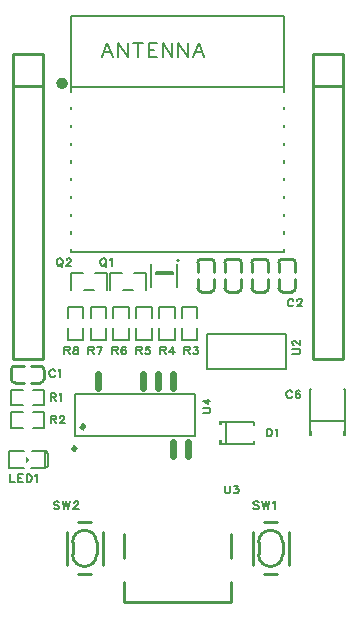
<source format=gto>
G04 Layer: TopSilkscreenLayer*
G04 EasyEDA Pro v2.2.45.4, 2025-12-09 09:54:16*
G04 Gerber Generator version 0.3*
G04 Scale: 100 percent, Rotated: No, Reflected: No*
G04 Dimensions in millimeters*
G04 Leading zeros omitted, absolute positions, 4 integers and 5 decimals*
G04 Generated by one-click*
%FSLAX45Y45*%
%MOMM*%
%ADD10C,0.1524*%
%ADD11C,0.2032*%
%ADD12C,0.254*%
%ADD13C,0.15001*%
%ADD14C,0.15199*%
%ADD15C,0.2*%
%ADD16C,0.5628*%
%ADD17C,0.55999*%
%ADD18C,0.3*%
%ADD19C,0.5*%
G75*


G04 Text Start*
G54D10*
G01X686054Y-2810510D02*
G01X679704Y-2804414D01*
G01X670560Y-2801366D01*
G01X658114Y-2801366D01*
G01X648716Y-2804414D01*
G01X642620Y-2810510D01*
G01X642620Y-2816860D01*
G01X645668Y-2822956D01*
G01X648716Y-2826004D01*
G01X655066Y-2829052D01*
G01X673608Y-2835402D01*
G01X679704Y-2838450D01*
G01X682752Y-2841498D01*
G01X686054Y-2847848D01*
G01X686054Y-2856992D01*
G01X679704Y-2863342D01*
G01X670560Y-2866390D01*
G01X658114Y-2866390D01*
G01X648716Y-2863342D01*
G01X642620Y-2856992D01*
G01X716280Y-2801366D02*
G01X731520Y-2866390D01*
G01X747014Y-2801366D02*
G01X731520Y-2866390D01*
G01X747014Y-2801366D02*
G01X762508Y-2866390D01*
G01X778002Y-2801366D02*
G01X762508Y-2866390D01*
G01X808228Y-2813812D02*
G01X814324Y-2810510D01*
G01X823468Y-2801366D01*
G01X823468Y-2866390D01*
G01X-1003046Y-2810510D02*
G01X-1009396Y-2804414D01*
G01X-1018540Y-2801366D01*
G01X-1030986Y-2801366D01*
G01X-1040384Y-2804414D01*
G01X-1046480Y-2810510D01*
G01X-1046480Y-2816860D01*
G01X-1043432Y-2822956D01*
G01X-1040384Y-2826004D01*
G01X-1034034Y-2829052D01*
G01X-1015492Y-2835402D01*
G01X-1009396Y-2838450D01*
G01X-1006348Y-2841498D01*
G01X-1003046Y-2847848D01*
G01X-1003046Y-2856992D01*
G01X-1009396Y-2863342D01*
G01X-1018540Y-2866390D01*
G01X-1030986Y-2866390D01*
G01X-1040384Y-2863342D01*
G01X-1046480Y-2856992D01*
G01X-973074Y-2801366D02*
G01X-957580Y-2866390D01*
G01X-942086Y-2801366D02*
G01X-957580Y-2866390D01*
G01X-942086Y-2801366D02*
G01X-926592Y-2866390D01*
G01X-911098Y-2801366D02*
G01X-926592Y-2866390D01*
G01X-877824Y-2816860D02*
G01X-877824Y-2813812D01*
G01X-874776Y-2807462D01*
G01X-871728Y-2804414D01*
G01X-865632Y-2801366D01*
G01X-853186Y-2801366D01*
G01X-846836Y-2804414D01*
G01X-843788Y-2807462D01*
G01X-840740Y-2813812D01*
G01X-840740Y-2819908D01*
G01X-843788Y-2826004D01*
G01X-850138Y-2835402D01*
G01X-881126Y-2866390D01*
G01X-837692Y-2866390D01*
G01X401169Y-2670283D02*
G01X401169Y-2716765D01*
G01X404217Y-2725909D01*
G01X410567Y-2732259D01*
G01X419711Y-2735307D01*
G01X426061Y-2735307D01*
G01X435205Y-2732259D01*
G01X441301Y-2725909D01*
G01X444603Y-2716765D01*
G01X444603Y-2670283D01*
G01X480925Y-2670283D02*
G01X514961Y-2670283D01*
G01X496419Y-2694921D01*
G01X505563Y-2694921D01*
G01X511913Y-2697969D01*
G01X514961Y-2701271D01*
G01X518009Y-2710415D01*
G01X518009Y-2716765D01*
G01X514961Y-2725909D01*
G01X508865Y-2732259D01*
G01X499467Y-2735307D01*
G01X490069Y-2735307D01*
G01X480925Y-2732259D01*
G01X477877Y-2728957D01*
G01X474829Y-2722861D01*
G01X-1038098Y-1699260D02*
G01X-1041146Y-1692910D01*
G01X-1047496Y-1686814D01*
G01X-1053592Y-1683766D01*
G01X-1066038Y-1683766D01*
G01X-1072134Y-1686814D01*
G01X-1078484Y-1692910D01*
G01X-1081532Y-1699260D01*
G01X-1084580Y-1708404D01*
G01X-1084580Y-1723898D01*
G01X-1081532Y-1733296D01*
G01X-1078484Y-1739392D01*
G01X-1072134Y-1745742D01*
G01X-1066038Y-1748790D01*
G01X-1053592Y-1748790D01*
G01X-1047496Y-1745742D01*
G01X-1041146Y-1739392D01*
G01X-1038098Y-1733296D01*
G01X-1007872Y-1696212D02*
G01X-1001776Y-1692910D01*
G01X-992632Y-1683766D01*
G01X-992632Y-1748790D01*
G01X981202Y-1102360D02*
G01X978154Y-1096010D01*
G01X971804Y-1089914D01*
G01X965708Y-1086866D01*
G01X953262Y-1086866D01*
G01X947166Y-1089914D01*
G01X940816Y-1096010D01*
G01X937768Y-1102360D01*
G01X934720Y-1111504D01*
G01X934720Y-1126998D01*
G01X937768Y-1136396D01*
G01X940816Y-1142492D01*
G01X947166Y-1148842D01*
G01X953262Y-1151890D01*
G01X965708Y-1151890D01*
G01X971804Y-1148842D01*
G01X978154Y-1142492D01*
G01X981202Y-1136396D01*
G01X1014476Y-1102360D02*
G01X1014476Y-1099312D01*
G01X1017524Y-1092962D01*
G01X1020572Y-1089914D01*
G01X1026668Y-1086866D01*
G01X1039114Y-1086866D01*
G01X1045464Y-1089914D01*
G01X1048512Y-1092962D01*
G01X1051560Y-1099312D01*
G01X1051560Y-1105408D01*
G01X1048512Y-1111504D01*
G01X1042162Y-1120902D01*
G01X1011428Y-1151890D01*
G01X1054608Y-1151890D01*
G01X968502Y-1877060D02*
G01X965454Y-1870710D01*
G01X959104Y-1864614D01*
G01X953008Y-1861566D01*
G01X940562Y-1861566D01*
G01X934466Y-1864614D01*
G01X928116Y-1870710D01*
G01X925068Y-1877060D01*
G01X922020Y-1886204D01*
G01X922020Y-1901698D01*
G01X925068Y-1911096D01*
G01X928116Y-1917192D01*
G01X934466Y-1923542D01*
G01X940562Y-1926590D01*
G01X953008Y-1926590D01*
G01X959104Y-1923542D01*
G01X965454Y-1917192D01*
G01X968502Y-1911096D01*
G01X1035812Y-1870710D02*
G01X1032764Y-1864614D01*
G01X1023366Y-1861566D01*
G01X1017270Y-1861566D01*
G01X1007872Y-1864614D01*
G01X1001776Y-1874012D01*
G01X998728Y-1889252D01*
G01X998728Y-1904746D01*
G01X1001776Y-1917192D01*
G01X1007872Y-1923542D01*
G01X1017270Y-1926590D01*
G01X1020318Y-1926590D01*
G01X1029462Y-1923542D01*
G01X1035812Y-1917192D01*
G01X1038860Y-1908048D01*
G01X1038860Y-1904746D01*
G01X1035812Y-1895602D01*
G01X1029462Y-1889252D01*
G01X1020318Y-1886204D01*
G01X1017270Y-1886204D01*
G01X1007872Y-1889252D01*
G01X1001776Y-1895602D01*
G01X998728Y-1904746D01*
G01X756539Y-2186051D02*
G01X756539Y-2251075D01*
G01X756539Y-2186051D02*
G01X778129Y-2186051D01*
G01X787527Y-2189099D01*
G01X793623Y-2195195D01*
G01X796671Y-2201545D01*
G01X799973Y-2210689D01*
G01X799973Y-2226183D01*
G01X796671Y-2235581D01*
G01X793623Y-2241677D01*
G01X787527Y-2248027D01*
G01X778129Y-2251075D01*
G01X756539Y-2251075D01*
G01X830199Y-2198497D02*
G01X836295Y-2195195D01*
G01X845439Y-2186051D01*
G01X845439Y-2251075D01*
G01X-1414780Y-2572766D02*
G01X-1414780Y-2637790D01*
G01X-1414780Y-2637790D02*
G01X-1377696Y-2637790D01*
G01X-1347470Y-2572766D02*
G01X-1347470Y-2637790D01*
G01X-1347470Y-2572766D02*
G01X-1307338Y-2572766D01*
G01X-1347470Y-2603754D02*
G01X-1322832Y-2603754D01*
G01X-1347470Y-2637790D02*
G01X-1307338Y-2637790D01*
G01X-1277112Y-2572766D02*
G01X-1277112Y-2637790D01*
G01X-1277112Y-2572766D02*
G01X-1255522Y-2572766D01*
G01X-1246378Y-2575814D01*
G01X-1240028Y-2581910D01*
G01X-1236980Y-2588260D01*
G01X-1233932Y-2597404D01*
G01X-1233932Y-2612898D01*
G01X-1236980Y-2622296D01*
G01X-1240028Y-2628392D01*
G01X-1246378Y-2634742D01*
G01X-1255522Y-2637790D01*
G01X-1277112Y-2637790D01*
G01X-1203706Y-2585212D02*
G01X-1197610Y-2581910D01*
G01X-1188466Y-2572766D01*
G01X-1188466Y-2637790D01*
G01X-634238Y-743966D02*
G01X-640334Y-747014D01*
G01X-646684Y-753110D01*
G01X-649732Y-759460D01*
G01X-652780Y-768604D01*
G01X-652780Y-784098D01*
G01X-649732Y-793496D01*
G01X-646684Y-799592D01*
G01X-640334Y-805942D01*
G01X-634238Y-808990D01*
G01X-621792Y-808990D01*
G01X-615696Y-805942D01*
G01X-609346Y-799592D01*
G01X-606298Y-793496D01*
G01X-603250Y-784098D01*
G01X-603250Y-768604D01*
G01X-606298Y-759460D01*
G01X-609346Y-753110D01*
G01X-615696Y-747014D01*
G01X-621792Y-743966D01*
G01X-634238Y-743966D01*
G01X-624840Y-796544D02*
G01X-606298Y-815086D01*
G01X-573024Y-756412D02*
G01X-566928Y-753110D01*
G01X-557784Y-743966D01*
G01X-557784Y-808990D01*
G01X-1071880Y-1886966D02*
G01X-1071880Y-1951990D01*
G01X-1071880Y-1886966D02*
G01X-1043940Y-1886966D01*
G01X-1034796Y-1890014D01*
G01X-1031748Y-1893062D01*
G01X-1028446Y-1899412D01*
G01X-1028446Y-1905508D01*
G01X-1031748Y-1911604D01*
G01X-1034796Y-1914652D01*
G01X-1043940Y-1917954D01*
G01X-1071880Y-1917954D01*
G01X-1050290Y-1917954D02*
G01X-1028446Y-1951990D01*
G01X-998220Y-1899412D02*
G01X-992124Y-1896110D01*
G01X-982980Y-1886966D01*
G01X-982980Y-1951990D01*
G01X-1071880Y-2077466D02*
G01X-1071880Y-2142490D01*
G01X-1071880Y-2077466D02*
G01X-1043940Y-2077466D01*
G01X-1034796Y-2080514D01*
G01X-1031748Y-2083562D01*
G01X-1028446Y-2089912D01*
G01X-1028446Y-2096008D01*
G01X-1031748Y-2102104D01*
G01X-1034796Y-2105152D01*
G01X-1043940Y-2108454D01*
G01X-1071880Y-2108454D01*
G01X-1050290Y-2108454D02*
G01X-1028446Y-2142490D01*
G01X-995172Y-2092960D02*
G01X-995172Y-2089912D01*
G01X-992124Y-2083562D01*
G01X-989076Y-2080514D01*
G01X-982980Y-2077466D01*
G01X-970534Y-2077466D01*
G01X-964184Y-2080514D01*
G01X-961136Y-2083562D01*
G01X-958088Y-2089912D01*
G01X-958088Y-2096008D01*
G01X-961136Y-2102104D01*
G01X-967486Y-2111502D01*
G01X-998220Y-2142490D01*
G01X-955040Y-2142490D01*
G01X58420Y-1493266D02*
G01X58420Y-1558290D01*
G01X58420Y-1493266D02*
G01X86360Y-1493266D01*
G01X95504Y-1496314D01*
G01X98552Y-1499362D01*
G01X101854Y-1505712D01*
G01X101854Y-1511808D01*
G01X98552Y-1517904D01*
G01X95504Y-1520952D01*
G01X86360Y-1524254D01*
G01X58420Y-1524254D01*
G01X80010Y-1524254D02*
G01X101854Y-1558290D01*
G01X138176Y-1493266D02*
G01X172212Y-1493266D01*
G01X153670Y-1517904D01*
G01X162814Y-1517904D01*
G01X169164Y-1520952D01*
G01X172212Y-1524254D01*
G01X175260Y-1533398D01*
G01X175260Y-1539748D01*
G01X172212Y-1548892D01*
G01X166116Y-1555242D01*
G01X156718Y-1558290D01*
G01X147320Y-1558290D01*
G01X138176Y-1555242D01*
G01X135128Y-1551940D01*
G01X132080Y-1545844D01*
G01X-144780Y-1493266D02*
G01X-144780Y-1558290D01*
G01X-144780Y-1493266D02*
G01X-116840Y-1493266D01*
G01X-107696Y-1496314D01*
G01X-104648Y-1499362D01*
G01X-101346Y-1505712D01*
G01X-101346Y-1511808D01*
G01X-104648Y-1517904D01*
G01X-107696Y-1520952D01*
G01X-116840Y-1524254D01*
G01X-144780Y-1524254D01*
G01X-123190Y-1524254D02*
G01X-101346Y-1558290D01*
G01X-40386Y-1493266D02*
G01X-71120Y-1536446D01*
G01X-24892Y-1536446D01*
G01X-40386Y-1493266D02*
G01X-40386Y-1558290D01*
G01X-347980Y-1493266D02*
G01X-347980Y-1558290D01*
G01X-347980Y-1493266D02*
G01X-320040Y-1493266D01*
G01X-310896Y-1496314D01*
G01X-307848Y-1499362D01*
G01X-304546Y-1505712D01*
G01X-304546Y-1511808D01*
G01X-307848Y-1517904D01*
G01X-310896Y-1520952D01*
G01X-320040Y-1524254D01*
G01X-347980Y-1524254D01*
G01X-326390Y-1524254D02*
G01X-304546Y-1558290D01*
G01X-237236Y-1493266D02*
G01X-268224Y-1493266D01*
G01X-271272Y-1520952D01*
G01X-268224Y-1517904D01*
G01X-259080Y-1514856D01*
G01X-249682Y-1514856D01*
G01X-240284Y-1517904D01*
G01X-234188Y-1524254D01*
G01X-231140Y-1533398D01*
G01X-231140Y-1539748D01*
G01X-234188Y-1548892D01*
G01X-240284Y-1555242D01*
G01X-249682Y-1558290D01*
G01X-259080Y-1558290D01*
G01X-268224Y-1555242D01*
G01X-271272Y-1551940D01*
G01X-274320Y-1545844D01*
G54D11*
G01X-594131Y1080186D02*
G01X-639851Y960044D01*
G01X-594131Y1080186D02*
G01X-548411Y960044D01*
G01X-622579Y1000176D02*
G01X-565429Y1000176D01*
G01X-500659Y1080186D02*
G01X-500659Y960044D01*
G01X-500659Y1080186D02*
G01X-420649Y960044D01*
G01X-420649Y1080186D02*
G01X-420649Y960044D01*
G01X-332765Y1080186D02*
G01X-332765Y960044D01*
G01X-372897Y1080186D02*
G01X-292887Y1080186D01*
G01X-245135Y1080186D02*
G01X-245135Y960044D01*
G01X-245135Y1080186D02*
G01X-170713Y1080186D01*
G01X-245135Y1023036D02*
G01X-199415Y1023036D01*
G01X-245135Y960044D02*
G01X-170713Y960044D01*
G01X-122961Y1080186D02*
G01X-122961Y960044D01*
G01X-122961Y1080186D02*
G01X-42951Y960044D01*
G01X-42951Y1080186D02*
G01X-42951Y960044D01*
G01X4801Y1080186D02*
G01X4801Y960044D01*
G01X4801Y1080186D02*
G01X84811Y960044D01*
G01X84811Y1080186D02*
G01X84811Y960044D01*
G01X178283Y1080186D02*
G01X132563Y960044D01*
G01X178283Y1080186D02*
G01X224003Y960044D01*
G01X149835Y1000176D02*
G01X206985Y1000176D01*
G54D10*
G01X972566Y-1554480D02*
G01X1019048Y-1554480D01*
G01X1028192Y-1551432D01*
G01X1034542Y-1545082D01*
G01X1037590Y-1535938D01*
G01X1037590Y-1529588D01*
G01X1034542Y-1520444D01*
G01X1028192Y-1514348D01*
G01X1019048Y-1511046D01*
G01X972566Y-1511046D01*
G01X988060Y-1477772D02*
G01X985012Y-1477772D01*
G01X978662Y-1474724D01*
G01X975614Y-1471676D01*
G01X972566Y-1465580D01*
G01X972566Y-1453134D01*
G01X975614Y-1446784D01*
G01X978662Y-1443736D01*
G01X985012Y-1440688D01*
G01X991108Y-1440688D01*
G01X997204Y-1443736D01*
G01X1006602Y-1450086D01*
G01X1037590Y-1480820D01*
G01X1037590Y-1437640D01*
G01X-1002538Y-743966D02*
G01X-1008634Y-747014D01*
G01X-1014984Y-753110D01*
G01X-1018032Y-759460D01*
G01X-1021080Y-768604D01*
G01X-1021080Y-784098D01*
G01X-1018032Y-793496D01*
G01X-1014984Y-799592D01*
G01X-1008634Y-805942D01*
G01X-1002538Y-808990D01*
G01X-990092Y-808990D01*
G01X-983996Y-805942D01*
G01X-977646Y-799592D01*
G01X-974598Y-793496D01*
G01X-971550Y-784098D01*
G01X-971550Y-768604D01*
G01X-974598Y-759460D01*
G01X-977646Y-753110D01*
G01X-983996Y-747014D01*
G01X-990092Y-743966D01*
G01X-1002538Y-743966D01*
G01X-993140Y-796544D02*
G01X-974598Y-815086D01*
G01X-938276Y-759460D02*
G01X-938276Y-756412D01*
G01X-935228Y-750062D01*
G01X-932180Y-747014D01*
G01X-926084Y-743966D01*
G01X-913638Y-743966D01*
G01X-907288Y-747014D01*
G01X-904240Y-750062D01*
G01X-901192Y-756412D01*
G01X-901192Y-762508D01*
G01X-904240Y-768604D01*
G01X-910590Y-778002D01*
G01X-941324Y-808990D01*
G01X-898144Y-808990D01*
G01X-551180Y-1493266D02*
G01X-551180Y-1558290D01*
G01X-551180Y-1493266D02*
G01X-523240Y-1493266D01*
G01X-514096Y-1496314D01*
G01X-511048Y-1499362D01*
G01X-507746Y-1505712D01*
G01X-507746Y-1511808D01*
G01X-511048Y-1517904D01*
G01X-514096Y-1520952D01*
G01X-523240Y-1524254D01*
G01X-551180Y-1524254D01*
G01X-529590Y-1524254D02*
G01X-507746Y-1558290D01*
G01X-440436Y-1502410D02*
G01X-443484Y-1496314D01*
G01X-452882Y-1493266D01*
G01X-458978Y-1493266D01*
G01X-468376Y-1496314D01*
G01X-474472Y-1505712D01*
G01X-477520Y-1520952D01*
G01X-477520Y-1536446D01*
G01X-474472Y-1548892D01*
G01X-468376Y-1555242D01*
G01X-458978Y-1558290D01*
G01X-455930Y-1558290D01*
G01X-446786Y-1555242D01*
G01X-440436Y-1548892D01*
G01X-437388Y-1539748D01*
G01X-437388Y-1536446D01*
G01X-440436Y-1527302D01*
G01X-446786Y-1520952D01*
G01X-455930Y-1517904D01*
G01X-458978Y-1517904D01*
G01X-468376Y-1520952D01*
G01X-474472Y-1527302D01*
G01X-477520Y-1536446D01*
G01X-754380Y-1493266D02*
G01X-754380Y-1558290D01*
G01X-754380Y-1493266D02*
G01X-726440Y-1493266D01*
G01X-717296Y-1496314D01*
G01X-714248Y-1499362D01*
G01X-710946Y-1505712D01*
G01X-710946Y-1511808D01*
G01X-714248Y-1517904D01*
G01X-717296Y-1520952D01*
G01X-726440Y-1524254D01*
G01X-754380Y-1524254D01*
G01X-732790Y-1524254D02*
G01X-710946Y-1558290D01*
G01X-637540Y-1493266D02*
G01X-668528Y-1558290D01*
G01X-680720Y-1493266D02*
G01X-637540Y-1493266D01*
G01X-957580Y-1493266D02*
G01X-957580Y-1558290D01*
G01X-957580Y-1493266D02*
G01X-929640Y-1493266D01*
G01X-920496Y-1496314D01*
G01X-917448Y-1499362D01*
G01X-914146Y-1505712D01*
G01X-914146Y-1511808D01*
G01X-917448Y-1517904D01*
G01X-920496Y-1520952D01*
G01X-929640Y-1524254D01*
G01X-957580Y-1524254D01*
G01X-935990Y-1524254D02*
G01X-914146Y-1558290D01*
G01X-868680Y-1493266D02*
G01X-877824Y-1496314D01*
G01X-880872Y-1502410D01*
G01X-880872Y-1508760D01*
G01X-877824Y-1514856D01*
G01X-871728Y-1517904D01*
G01X-859282Y-1520952D01*
G01X-849884Y-1524254D01*
G01X-843788Y-1530350D01*
G01X-840740Y-1536446D01*
G01X-840740Y-1545844D01*
G01X-843788Y-1551940D01*
G01X-846836Y-1555242D01*
G01X-856234Y-1558290D01*
G01X-868680Y-1558290D01*
G01X-877824Y-1555242D01*
G01X-880872Y-1551940D01*
G01X-883920Y-1545844D01*
G01X-883920Y-1536446D01*
G01X-880872Y-1530350D01*
G01X-874776Y-1524254D01*
G01X-865378Y-1520952D01*
G01X-853186Y-1517904D01*
G01X-846836Y-1514856D01*
G01X-843788Y-1508760D01*
G01X-843788Y-1502410D01*
G01X-846836Y-1496314D01*
G01X-856234Y-1493266D01*
G01X-868680Y-1493266D01*
G01X211455Y-2056003D02*
G01X257937Y-2056003D01*
G01X267081Y-2052955D01*
G01X273431Y-2046605D01*
G01X276479Y-2037461D01*
G01X276479Y-2031111D01*
G01X273431Y-2021967D01*
G01X267081Y-2015871D01*
G01X257937Y-2012569D01*
G01X211455Y-2012569D01*
G01X211455Y-1951609D02*
G01X254635Y-1982343D01*
G01X254635Y-1936115D01*
G01X211455Y-1951609D02*
G01X276479Y-1951609D01*
G04 Text End*

G04 PolygonModel Start*
G54D12*
G01X685800Y-3251200D02*
G01X685800Y-3149600D01*
G01X889000Y-3251200D02*
G01X889000Y-3149600D01*
G01X733019Y-2980411D02*
G01X841781Y-2980411D01*
G01X635013Y-3063758D02*
G01X635013Y-3337042D01*
G01X733019Y-3420389D02*
G01X841781Y-3420389D01*
G01X942391Y-3338510D02*
G01X942391Y-3062290D01*
G01X685800Y-3149600D02*
G02X889000Y-3149600I101600J0D01*
G01X889000Y-3251200D02*
G02X685800Y-3251200I-101600J0D01*
G01X-889000Y-3251200D02*
G01X-889000Y-3149600D01*
G01X-685800Y-3251200D02*
G01X-685800Y-3149600D01*
G01X-841781Y-2980411D02*
G01X-733019Y-2980411D01*
G01X-939787Y-3063758D02*
G01X-939787Y-3337042D01*
G01X-841781Y-3420389D02*
G01X-733019Y-3420389D01*
G01X-632409Y-3338510D02*
G01X-632409Y-3062290D01*
G01X-889000Y-3149600D02*
G02X-685800Y-3149600I101600J0D01*
G01X-685800Y-3251200D02*
G02X-889000Y-3251200I-101600J0D01*
G01X449997Y-3281751D02*
G01X449997Y-3080461D01*
G01X449997Y-3652606D02*
G01X449997Y-3483463D01*
G01X-450004Y-3281751D02*
G01X-450004Y-3080461D01*
G01X-450004Y-3652606D02*
G01X-450004Y-3483463D01*
G01X449997Y-3652606D02*
G01X-450004Y-3652606D01*
G01X-1298019Y-1798157D02*
G01X-1378016Y-1798157D01*
G01X-1241974Y-1798203D02*
G01X-1161976Y-1798203D01*
G01X-1298019Y-1656189D02*
G01X-1378016Y-1656189D01*
G01X-1241974Y-1656237D02*
G01X-1161976Y-1656237D01*
G01X-1408991Y-1767175D02*
G01X-1408991Y-1687170D01*
G01X-1130998Y-1687223D02*
G01X-1130998Y-1767225D01*
G01X-1161981Y-1656237D02*
G02X-1130998Y-1687223I0J-30983D01*
G01X-1130998Y-1767220D02*
G02X-1161981Y-1798203I-30983J0D01*
G01X-1378011Y-1798157D02*
G02X-1408991Y-1767175I3J30983D01*
G01X-1408991Y-1687177D02*
G02X-1378011Y-1656189I30983J5D01*
G01X856143Y-860981D02*
G01X856143Y-780984D01*
G01X856097Y-917026D02*
G01X856097Y-997024D01*
G01X998111Y-860981D02*
G01X998111Y-780984D01*
G01X998063Y-917026D02*
G01X998063Y-997024D01*
G01X887125Y-750009D02*
G01X967130Y-750009D01*
G01X967077Y-1028001D02*
G01X887075Y-1028001D01*
G01X998063Y-997019D02*
G02X967077Y-1028001I-30983J0D01*
G01X887080Y-1028001D02*
G02X856097Y-997019I0J30983D01*
G01X856143Y-780989D02*
G02X887125Y-750009I30983J-3D01*
G01X967123Y-750009D02*
G02X998111Y-780989I5J-30983D01*
G01X627543Y-860981D02*
G01X627543Y-780984D01*
G01X627497Y-917026D02*
G01X627497Y-997024D01*
G01X769511Y-860981D02*
G01X769511Y-780984D01*
G01X769463Y-917026D02*
G01X769463Y-997024D01*
G01X658525Y-750009D02*
G01X738530Y-750009D01*
G01X738477Y-1028001D02*
G01X658475Y-1028001D01*
G01X769463Y-997019D02*
G02X738477Y-1028001I-30983J0D01*
G01X658480Y-1028001D02*
G02X627497Y-997019I0J30983D01*
G01X627543Y-780989D02*
G02X658525Y-750009I30983J-3D01*
G01X738523Y-750009D02*
G02X769511Y-780989I5J-30983D01*
G01X398943Y-860981D02*
G01X398943Y-780984D01*
G01X398897Y-917026D02*
G01X398897Y-997024D01*
G01X540911Y-860981D02*
G01X540911Y-780984D01*
G01X540863Y-917026D02*
G01X540863Y-997024D01*
G01X429925Y-750009D02*
G01X509930Y-750009D01*
G01X509877Y-1028001D02*
G01X429875Y-1028001D01*
G01X540863Y-997019D02*
G02X509877Y-1028001I-30983J0D01*
G01X429880Y-1028001D02*
G02X398897Y-997019I0J30983D01*
G01X398943Y-780989D02*
G02X429925Y-750009I30983J-3D01*
G01X509923Y-750009D02*
G02X540911Y-780989I5J-30983D01*
G01X170343Y-860981D02*
G01X170343Y-780984D01*
G01X170297Y-917026D02*
G01X170297Y-997024D01*
G01X312311Y-860981D02*
G01X312311Y-780984D01*
G01X312263Y-917026D02*
G01X312263Y-997024D01*
G01X201325Y-750009D02*
G01X281330Y-750009D01*
G01X281277Y-1028001D02*
G01X201275Y-1028001D01*
G01X312263Y-997019D02*
G02X281277Y-1028001I-30983J0D01*
G01X201280Y-1028001D02*
G02X170297Y-997019I0J30983D01*
G01X170343Y-780989D02*
G02X201325Y-750009I30983J-3D01*
G01X281323Y-750009D02*
G02X312311Y-780989I5J-30983D01*
G54D10*
G01X1409123Y-1849382D02*
G01X1417620Y-1849382D01*
G01X1417620Y-2214618D01*
G01X1130877Y-1849382D02*
G01X1122380Y-1849382D01*
G01X1122380Y-2214618D01*
G01X1417620Y-2122432D02*
G01X1122380Y-2122432D01*
G36*
G01X1425240Y-2207001D02*
G01X1404041Y-2207001D01*
G01X1404041Y-2252721D01*
G01X1425240Y-2252721D01*
G01X1425240Y-2207001D01*
G37*
G36*
G01X1114760Y-2207001D02*
G01X1135959Y-2207001D01*
G01X1135959Y-2252721D01*
G01X1114760Y-2252721D01*
G01X1114760Y-2207001D01*
G37*
G01X370380Y-2129879D02*
G01X645620Y-2129879D01*
G01X645620Y-2129879D02*
G01X645620Y-2154179D01*
G01X370380Y-2315121D02*
G01X645620Y-2315121D01*
G01X645620Y-2315121D02*
G01X645620Y-2290821D01*
G01X411320Y-2129879D02*
G01X411320Y-2315121D01*
G36*
G01X378000Y-2122259D02*
G01X378000Y-2159259D01*
G01X347520Y-2159259D01*
G01X347520Y-2122259D01*
G01X378000Y-2122259D01*
G37*
G36*
G01X378000Y-2322741D02*
G01X378000Y-2285741D01*
G01X347520Y-2285741D01*
G01X347520Y-2322741D01*
G01X378000Y-2322741D01*
G37*
G54D12*
G01X-1143000Y712094D02*
G01X-1397000Y712094D01*
G01X-1397000Y985200D02*
G01X-1397000Y-1600200D01*
G01X-1143000Y985200D02*
G01X-1397000Y985200D01*
G01X-1143000Y-1594800D02*
G01X-1143000Y985200D01*
G01X-1143000Y-1594800D02*
G01X-1397000Y-1594800D01*
G54D13*
G01X-1233000Y-2378100D02*
G01X-1118001Y-2378100D01*
G01X-1118001Y-2523099D01*
G01X-1238001Y-2523099D01*
G01X-1300000Y-2524100D02*
G01X-1424000Y-2524100D01*
G01X-1424000Y-2379101D01*
G01X-1300000Y-2379101D01*
G01X-1118001Y-2378100D02*
G01X-1114999Y-2378100D01*
G01X-1094999Y-2398100D01*
G01X-1094999Y-2500099D01*
G01X-1098001Y-2503099D01*
G01X-1118001Y-2523099D01*
G36*
G01X-1281001Y-2415101D02*
G01X-1282007Y-2487092D01*
G01X-1256007Y-2451092D01*
G01X-1281001Y-2415101D01*
G37*
G54D14*
G01X-39304Y-864001D02*
G01X-39304Y-879000D01*
G01X-179301Y-879000D01*
G01X-184300Y-879000D01*
G01X-184300Y-864001D01*
G01X-39304Y-864001D02*
G01X-184302Y-864001D01*
G54D12*
G01X699Y-759000D02*
G01X-485Y-759000D01*
G54D14*
G01X-4300Y-989000D02*
G01X-4300Y-789000D01*
G01X-224300Y-789000D02*
G01X-224300Y-989000D01*
G54D10*
G01X-266479Y-1012421D02*
G01X-266479Y-867179D01*
G01X-369641Y-867179D01*
G01X-571721Y-1012421D02*
G01X-571721Y-867179D01*
G01X-468559Y-867179D01*
G01X-373560Y-1012421D02*
G01X-464640Y-1012421D01*
G01X-1312621Y-1856854D02*
G01X-1408509Y-1856854D01*
G01X-1408509Y-1988975D01*
G01X-1312621Y-1988975D01*
G01X-1227379Y-1856854D02*
G01X-1131491Y-1856854D01*
G01X-1131491Y-1988975D01*
G01X-1227379Y-1988975D01*
G01X-1312621Y-2047629D02*
G01X-1408509Y-2047629D01*
G01X-1408509Y-2179749D01*
G01X-1312621Y-2179749D01*
G01X-1227379Y-2047629D02*
G01X-1131491Y-2047629D01*
G01X-1131491Y-2179749D01*
G01X-1227379Y-2179749D01*
G01X167660Y-1252779D02*
G01X167660Y-1156891D01*
G01X35540Y-1156891D01*
G01X35540Y-1252779D01*
G01X167660Y-1338021D02*
G01X167660Y-1433909D01*
G01X35540Y-1433909D01*
G01X35540Y-1338021D01*
G01X-25380Y-1252779D02*
G01X-25380Y-1156891D01*
G01X-157500Y-1156891D01*
G01X-157500Y-1252779D01*
G01X-25380Y-1338021D02*
G01X-25380Y-1433909D01*
G01X-157500Y-1433909D01*
G01X-157500Y-1338021D01*
G01X-350540Y-1338021D02*
G01X-350540Y-1433909D01*
G01X-218420Y-1433909D01*
G01X-218420Y-1338021D01*
G01X-350540Y-1252779D02*
G01X-350540Y-1156891D01*
G01X-218420Y-1156891D01*
G01X-218420Y-1252779D01*
G54D15*
G01X900001Y665424D02*
G01X900001Y1310010D01*
G01X-900001Y1310010D01*
G01X-900001Y665424D01*
G01X-900001Y710009D02*
G01X900001Y710009D01*
G01X-900001Y-665404D02*
G01X-900001Y-689991D01*
G01X-900001Y-515409D02*
G01X-900001Y-534579D01*
G01X-900001Y-365409D02*
G01X-900001Y-384579D01*
G01X-900001Y-215410D02*
G01X-900001Y-234579D01*
G01X-900001Y-65405D02*
G01X-900001Y-84577D01*
G01X-900001Y84597D02*
G01X-900001Y65423D01*
G01X-900001Y234589D02*
G01X-900001Y215422D01*
G01X-900001Y384592D02*
G01X-900001Y365422D01*
G01X-900001Y534591D02*
G01X-900001Y515422D01*
G01X900001Y515422D02*
G01X900001Y534591D01*
G01X900001Y365422D02*
G01X900001Y384592D01*
G01X900001Y215422D02*
G01X900001Y234589D01*
G01X900001Y65423D02*
G01X900001Y84597D01*
G01X900001Y-84577D02*
G01X900001Y-65405D01*
G01X900001Y-234579D02*
G01X900001Y-215410D01*
G01X900001Y-384579D02*
G01X900001Y-365409D01*
G01X900001Y-534579D02*
G01X900001Y-515409D01*
G01X-900001Y-689991D02*
G01X900001Y-689991D01*
G01X900001Y-665404D01*
G54D10*
G01X916821Y-1681142D02*
G01X251579Y-1681142D01*
G01X251579Y-1386863D01*
G01X916821Y-1386863D01*
G01X916821Y-1681142D01*
G54D17*
G01X-673100Y-1841500D02*
G01X-673100Y-1720850D01*
G01X88900Y-2298700D02*
G01X88900Y-2419350D01*
G01X-38100Y-2298700D02*
G01X-38100Y-2419350D01*
G01X-38100Y-1841500D02*
G01X-38100Y-1720850D01*
G01X-165100Y-1841500D02*
G01X-165100Y-1720850D01*
G01X-292100Y-1841500D02*
G01X-292100Y-1720850D01*
G54D10*
G01X-864311Y-2248052D02*
G01X-864311Y-1893768D01*
G01X150932Y-1893768D01*
G01X150932Y-2248052D01*
G01X-864311Y-2248052D01*
G54D18*
G01X-801197Y-2187834D02*
G02X-801552Y-2157815I-11J15011D01*
G02X-800532Y-2187819I344J-15007D01*
G01X-874425Y-2373178D02*
G02X-874780Y-2343159I-11J15011D01*
G02X-873760Y-2373163I344J-15007D01*
G54D12*
G01X1397000Y712094D02*
G01X1143000Y712094D01*
G01X1143000Y985200D02*
G01X1143000Y-1600200D01*
G01X1397000Y985200D02*
G01X1143000Y985200D01*
G01X1397000Y-1594800D02*
G01X1397000Y985200D01*
G01X1397000Y-1594800D02*
G01X1143000Y-1594800D01*
G54D10*
G01X-596679Y-1012421D02*
G01X-596679Y-867179D01*
G01X-699841Y-867179D01*
G01X-901921Y-1012421D02*
G01X-901921Y-867179D01*
G01X-798759Y-867179D01*
G01X-703760Y-1012421D02*
G01X-794840Y-1012421D01*
G01X-411460Y-1252779D02*
G01X-411460Y-1156891D01*
G01X-543580Y-1156891D01*
G01X-543580Y-1252779D01*
G01X-411460Y-1338021D02*
G01X-411460Y-1433909D01*
G01X-543580Y-1433909D01*
G01X-543580Y-1338021D01*
G01X-736620Y-1338021D02*
G01X-736620Y-1433909D01*
G01X-604500Y-1433909D01*
G01X-604500Y-1338021D01*
G01X-736620Y-1252779D02*
G01X-736620Y-1156891D01*
G01X-604500Y-1156891D01*
G01X-604500Y-1252779D01*
G01X-929660Y-1338021D02*
G01X-929660Y-1433909D01*
G01X-797540Y-1433909D01*
G01X-797540Y-1338021D01*
G01X-929660Y-1252779D02*
G01X-929660Y-1156891D01*
G01X-797540Y-1156891D01*
G01X-797540Y-1252779D01*

G04 Circle Start*
G54D19*
G01X-1002894Y736600D02*
G03X-952906Y736600I24994J0D01*
G03X-1002894Y736600I-24994J0D01*
G04 Circle End*

M02*


</source>
